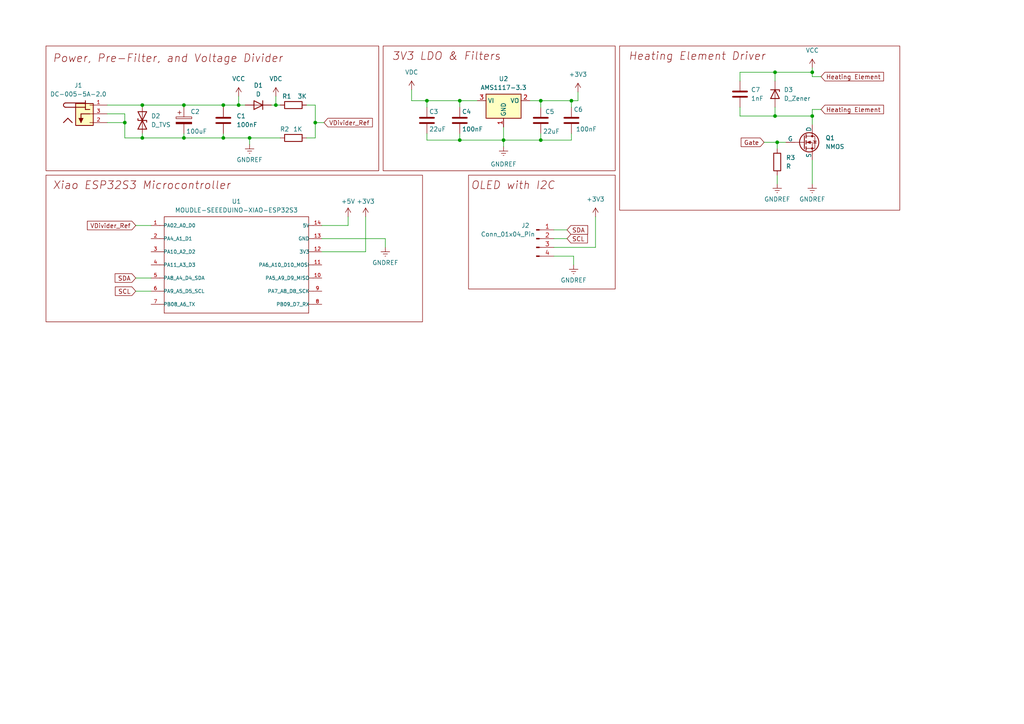
<source format=kicad_sch>
(kicad_sch (version 20230121) (generator eeschema)
  (paper "A4")
  (lib_symbols
    (symbol "Connector:Conn_01x04_Pin" (pin_names (offset 1.016) hide)
      (property "Reference" "J" (at 0 5.08 0))
      (property "Value" "Conn_01x04_Pin" (at 0 -7.62 0))
      (symbol "Conn_01x04_Pin_1_1"
        (polyline (pts (xy 1.27 -5.08) (xy 0.8636 -5.08)) (stroke (width 0.1524)))
        (polyline (pts (xy 1.27 -2.54) (xy 0.8636 -2.54)) (stroke (width 0.1524)))
        (polyline (pts (xy 1.27 0) (xy 0.8636 0)) (stroke (width 0.1524)))
        (polyline (pts (xy 1.27 2.54) (xy 0.8636 2.54)) (stroke (width 0.1524)))
        (rectangle (start 0.8636 -4.953) (end 0 -5.207) (stroke (width 0.1524)) (fill (type outline)))
        (rectangle (start 0.8636 -2.413) (end 0 -2.667) (stroke (width 0.1524)) (fill (type outline)))
        (rectangle (start 0.8636 0.127) (end 0 -0.127) (stroke (width 0.1524)) (fill (type outline)))
        (rectangle (start 0.8636 2.667) (end 0 2.413) (stroke (width 0.1524)) (fill (type outline)))
        (pin passive line (at 5.08 2.54 180) (length 3.81) (name "Pin_1") (number "1"))
        (pin passive line (at 5.08 0 180) (length 3.81) (name "Pin_2") (number "2"))
        (pin passive line (at 5.08 -2.54 180) (length 3.81) (name "Pin_3") (number "3"))
        (pin passive line (at 5.08 -5.08 180) (length 3.81) (name "Pin_4") (number "4"))
      )
    )
    (symbol "DC-Jack-5A:DC-005-5A-2.0" (pin_names (offset 1.016))
      (property "Reference" "J" (at -5.08 5.08 0))
      (property "Value" "DC-005-5A-2.0" (at -5.08 -5.08 0))
      (symbol "DC-005-5A-2.0_0_0"
        (arc (start -4.445 3.175) (mid -5.0773 2.54) (end -4.445 1.905) (stroke (width 0.254)))
        (rectangle (start -1.5421 -3.3564) (end 3.5379 2.9936) (stroke (width 0.254)) (fill (type background)))
        (polyline (pts (xy -4.445 1.905) (xy 1.27 1.905)) (stroke (width 0.254)))
        (polyline (pts (xy -4.445 3.175) (xy 1.27 3.175)) (stroke (width 0.254)))
        (polyline (pts (xy -3.81 -1.27) (xy -5.08 -2.54)) (stroke (width 0.254)))
        (polyline (pts (xy -2.54 -2.54) (xy -3.81 -1.27)) (stroke (width 0.254)))
        (polyline (pts (xy 0 0) (xy 0 -2.54)) (stroke (width 0.254)))
        (polyline (pts (xy 1.27 1.27) (xy 2.54 1.27)) (stroke (width 0.254)))
        (polyline (pts (xy 1.27 1.905) (xy 1.27 1.27)) (stroke (width 0.254)))
        (polyline (pts (xy 1.27 3.175) (xy 1.27 1.905)) (stroke (width 0.254)))
        (polyline (pts (xy 1.27 3.81) (xy 1.27 3.175)) (stroke (width 0.254)))
        (polyline (pts (xy 2.54 0) (xy 0 0)) (stroke (width 0.254)))
        (polyline (pts (xy -0.635 -1.27) (xy 0.635 -1.27) (xy 0 -2.54) (xy -0.635 -1.27)) (stroke (width 0.1524)) (fill (type outline)))
        (pin passive line (at 7.62 2.54 180) (length 5.08) (name "~") (number "1"))
        (pin passive line (at 7.62 -2.54 180) (length 5.08) (name "~") (number "2"))
        (pin passive line (at 7.62 0 180) (length 5.08) (name "~") (number "3"))
      )
    )
    (symbol "Device:C" (pin_numbers hide) (pin_names (offset 0.254))
      (property "Reference" "C" (at 0.635 2.54 0))
      (property "Value" "C" (at 0.635 -2.54 0))
      (symbol "C_0_1"
        (polyline (pts (xy -2.032 -0.762) (xy 2.032 -0.762)) (stroke (width 0.508)))
        (polyline (pts (xy -2.032 0.762) (xy 2.032 0.762)) (stroke (width 0.508)))
      )
      (symbol "C_1_1"
        (pin passive line (at 0 3.81 270) (length 2.794) (name "~") (number "1"))
        (pin passive line (at 0 -3.81 90) (length 2.794) (name "~") (number "2"))
      )
    )
    (symbol "Device:C_Polarized" (pin_numbers hide) (pin_names (offset 0.254))
      (property "Reference" "C" (at 0.635 2.54 0))
      (property "Value" "C_Polarized" (at 0.635 -2.54 0))
      (symbol "C_Polarized_0_1"
        (rectangle (start -2.286 0.508) (end 2.286 1.016))
        (polyline (pts (xy -1.778 2.286) (xy -0.762 2.286)))
        (polyline (pts (xy -1.27 2.794) (xy -1.27 1.778)))
        (rectangle (start 2.286 -0.508) (end -2.286 -1.016) (fill (type outline)))
      )
      (symbol "C_Polarized_1_1"
        (pin passive line (at 0 3.81 270) (length 2.794) (name "~") (number "1"))
        (pin passive line (at 0 -3.81 90) (length 2.794) (name "~") (number "2"))
      )
    )
    (symbol "Device:D" (pin_numbers hide) (pin_names (offset 1.016) hide)
      (property "Reference" "D" (at 0 2.54 0))
      (property "Value" "D" (at 0 -2.54 0))
      (symbol "D_0_1"
        (polyline (pts (xy -1.27 1.27) (xy -1.27 -1.27)) (stroke (width 0.254)))
        (polyline (pts (xy 1.27 0) (xy -1.27 0)))
        (polyline (pts (xy 1.27 1.27) (xy 1.27 -1.27) (xy -1.27 0) (xy 1.27 1.27)) (stroke (width 0.254)))
      )
      (symbol "D_1_1"
        (pin passive line (at -3.81 0 0) (length 2.54) (name "K") (number "1"))
        (pin passive line (at 3.81 0 180) (length 2.54) (name "A") (number "2"))
      )
    )
    (symbol "Device:D_TVS" (pin_numbers hide) (pin_names (offset 1.016) hide)
      (property "Reference" "D" (at 0 2.54 0))
      (property "Value" "D_TVS" (at 0 -2.54 0))
      (symbol "D_TVS_0_1"
        (polyline (pts (xy 1.27 0) (xy -1.27 0)))
        (polyline (pts (xy 0.508 1.27) (xy 0 1.27) (xy 0 -1.27) (xy -0.508 -1.27)) (stroke (width 0.254)))
        (polyline (pts (xy -2.54 1.27) (xy -2.54 -1.27) (xy 2.54 1.27) (xy 2.54 -1.27) (xy -2.54 1.27)) (stroke (width 0.254)))
      )
      (symbol "D_TVS_1_1"
        (pin passive line (at -3.81 0 0) (length 2.54) (name "A1") (number "1"))
        (pin passive line (at 3.81 0 180) (length 2.54) (name "A2") (number "2"))
      )
    )
    (symbol "Device:D_Zener" (pin_numbers hide) (pin_names (offset 1.016) hide)
      (property "Reference" "D" (at 0 2.54 0))
      (property "Value" "D_Zener" (at 0 -2.54 0))
      (symbol "D_Zener_0_1"
        (polyline (pts (xy 1.27 0) (xy -1.27 0)))
        (polyline (pts (xy -1.27 -1.27) (xy -1.27 1.27) (xy -0.762 1.27)) (stroke (width 0.254)))
        (polyline (pts (xy 1.27 -1.27) (xy 1.27 1.27) (xy -1.27 0) (xy 1.27 -1.27)) (stroke (width 0.254)))
      )
      (symbol "D_Zener_1_1"
        (pin passive line (at -3.81 0 0) (length 2.54) (name "K") (number "1"))
        (pin passive line (at 3.81 0 180) (length 2.54) (name "A") (number "2"))
      )
    )
    (symbol "Device:R" (pin_numbers hide) (pin_names (offset 0))
      (property "Reference" "R" (at 2.032 0 90))
      (property "Value" "R" (at 0 0 90))
      (symbol "R_0_1"
        (rectangle (start -1.016 -2.54) (end 1.016 2.54) (stroke (width 0.254)))
      )
      (symbol "R_1_1"
        (pin passive line (at 0 3.81 270) (length 1.27) (name "~") (number "1"))
        (pin passive line (at 0 -3.81 90) (length 1.27) (name "~") (number "2"))
      )
    )
    (symbol "Regulator_Linear:AMS1117-3.3"
      (property "Reference" "U" (at -3.81 3.175 0))
      (property "Value" "AMS1117-3.3" (at 0 3.175 0))
      (symbol "AMS1117-3.3_0_1"
        (rectangle (start -5.08 -5.08) (end 5.08 1.905) (stroke (width 0.254)) (fill (type background)))
      )
      (symbol "AMS1117-3.3_1_1"
        (pin power_in line (at 0 -7.62 90) (length 2.54) (name "GND") (number "1"))
        (pin power_out line (at 7.62 0 180) (length 2.54) (name "VO") (number "2"))
        (pin power_in line (at -7.62 0 0) (length 2.54) (name "VI") (number "3"))
      )
    )
    (symbol "Simulation_SPICE:NMOS" (pin_numbers hide) (pin_names (offset 0))
      (property "Reference" "Q" (at 5.08 1.27 0))
      (property "Value" "NMOS" (at 5.08 -1.27 0))
      (symbol "NMOS_0_1"
        (polyline (pts (xy 0.254 0) (xy -2.54 0)))
        (polyline (pts (xy 0.254 1.905) (xy 0.254 -1.905)) (stroke (width 0.254)))
        (polyline (pts (xy 0.762 -1.27) (xy 0.762 -2.286)) (stroke (width 0.254)))
        (polyline (pts (xy 0.762 0.508) (xy 0.762 -0.508)) (stroke (width 0.254)))
        (polyline (pts (xy 0.762 2.286) (xy 0.762 1.27)) (stroke (width 0.254)))
        (polyline (pts (xy 2.54 2.54) (xy 2.54 1.778)))
        (polyline (pts (xy 2.54 -2.54) (xy 2.54 0) (xy 0.762 0)))
        (polyline (pts (xy 0.762 -1.778) (xy 3.302 -1.778) (xy 3.302 1.778) (xy 0.762 1.778)))
        (polyline (pts (xy 1.016 0) (xy 2.032 0.381) (xy 2.032 -0.381) (xy 1.016 0)) (fill (type outline)))
        (polyline (pts (xy 2.794 0.508) (xy 2.921 0.381) (xy 3.683 0.381) (xy 3.81 0.254)))
        (polyline (pts (xy 3.302 0.381) (xy 2.921 -0.254) (xy 3.683 -0.254) (xy 3.302 0.381)))
        (circle (center 1.651 0) (radius 2.794) (stroke (width 0.254)))
        (circle (center 2.54 -1.778) (radius 0.254) (fill (type outline)))
        (circle (center 2.54 1.778) (radius 0.254) (fill (type outline)))
      )
      (symbol "NMOS_1_1"
        (pin passive line (at 2.54 5.08 270) (length 2.54) (name "D") (number "1"))
        (pin input line (at -5.08 0 0) (length 2.54) (name "G") (number "2"))
        (pin passive line (at 2.54 -5.08 90) (length 2.54) (name "S") (number "3"))
      )
    )
    (symbol "Xiao-ESP32S3:MOUDLE-SEEEDUINO-XIAO-ESP32S3" (pin_names (offset 1.016))
      (property "Reference" "U" (at -21.59 15.24 0))
      (property "Value" "MOUDLE-SEEEDUINO-XIAO-ESP32S3" (at -21.59 13.97 0))
      (symbol "MOUDLE-SEEEDUINO-XIAO-ESP32S3_0_0"
        (polyline (pts (xy -21.59 -13.97) (xy -21.59 0)) (stroke (width 0.1524)))
        (polyline (pts (xy -21.59 -11.43) (xy -22.86 -11.43)) (stroke (width 0.1524)))
        (polyline (pts (xy -21.59 -7.62) (xy -22.86 -7.62)) (stroke (width 0.1524)))
        (polyline (pts (xy -21.59 -3.81) (xy -22.86 -3.81)) (stroke (width 0.1524)))
        (polyline (pts (xy -21.59 0) (xy -22.86 0)) (stroke (width 0.1524)))
        (polyline (pts (xy -21.59 0) (xy -21.59 3.81)) (stroke (width 0.1524)))
        (polyline (pts (xy -21.59 3.81) (xy -22.86 3.81)) (stroke (width 0.1524)))
        (polyline (pts (xy -21.59 3.81) (xy -21.59 7.62)) (stroke (width 0.1524)))
        (polyline (pts (xy -21.59 7.62) (xy -22.86 7.62)) (stroke (width 0.1524)))
        (polyline (pts (xy -21.59 7.62) (xy -21.59 11.43)) (stroke (width 0.1524)))
        (polyline (pts (xy -21.59 11.43) (xy -22.86 11.43)) (stroke (width 0.1524)))
        (polyline (pts (xy -21.59 11.43) (xy -21.59 13.97)) (stroke (width 0.1524)))
        (polyline (pts (xy -21.59 13.97) (xy 20.32 13.97)) (stroke (width 0.1524)))
        (polyline (pts (xy 20.32 -13.97) (xy -21.59 -13.97)) (stroke (width 0.1524)))
        (polyline (pts (xy 20.32 3.81) (xy 20.32 -13.97)) (stroke (width 0.1524)))
        (polyline (pts (xy 20.32 7.62) (xy 20.32 3.81)) (stroke (width 0.1524)))
        (polyline (pts (xy 20.32 11.43) (xy 20.32 7.62)) (stroke (width 0.1524)))
        (polyline (pts (xy 20.32 13.97) (xy 20.32 11.43)) (stroke (width 0.1524)))
        (polyline (pts (xy 21.59 -11.43) (xy 20.32 -11.43)) (stroke (width 0.1524)))
        (polyline (pts (xy 21.59 -7.62) (xy 20.32 -7.62)) (stroke (width 0.1524)))
        (polyline (pts (xy 21.59 -3.81) (xy 20.32 -3.81)) (stroke (width 0.1524)))
        (polyline (pts (xy 21.59 0) (xy 20.32 0)) (stroke (width 0.1524)))
        (polyline (pts (xy 21.59 3.81) (xy 20.32 3.81)) (stroke (width 0.1524)))
        (polyline (pts (xy 21.59 7.62) (xy 20.32 7.62)) (stroke (width 0.1524)))
        (polyline (pts (xy 21.59 11.43) (xy 20.32 11.43)) (stroke (width 0.1524)))
        (pin bidirectional line (at -25.4 11.43 0) (length 2.54) (name "PA02_A0_D0") (number "1"))
        (pin bidirectional line (at 24.13 -3.81 180) (length 2.54) (name "PA5_A9_D9_MISO") (number "10"))
        (pin bidirectional line (at 24.13 0 180) (length 2.54) (name "PA6_A10_D10_MOSI") (number "11"))
        (pin bidirectional line (at 24.13 3.81 180) (length 2.54) (name "3V3") (number "12"))
        (pin bidirectional line (at 24.13 7.62 180) (length 2.54) (name "GND") (number "13"))
        (pin bidirectional line (at 24.13 11.43 180) (length 2.54) (name "5V") (number "14"))
        (pin bidirectional line (at -25.4 7.62 0) (length 2.54) (name "PA4_A1_D1") (number "2"))
        (pin bidirectional line (at -25.4 3.81 0) (length 2.54) (name "PA10_A2_D2") (number "3"))
        (pin bidirectional line (at -25.4 0 0) (length 2.54) (name "PA11_A3_D3") (number "4"))
        (pin bidirectional line (at -25.4 -3.81 0) (length 2.54) (name "PA8_A4_D4_SDA") (number "5"))
        (pin bidirectional line (at -25.4 -7.62 0) (length 2.54) (name "PA9_A5_D5_SCL") (number "6"))
        (pin bidirectional line (at -25.4 -11.43 0) (length 2.54) (name "PB08_A6_TX") (number "7"))
        (pin bidirectional line (at 24.13 -11.43 180) (length 2.54) (name "PB09_D7_RX") (number "8"))
        (pin bidirectional line (at 24.13 -7.62 180) (length 2.54) (name "PA7_A8_D8_SCK") (number "9"))
      )
    )
    (symbol "power:+3V3" (power) (pin_names (offset 0))
      (property "Value" "+3V3" (at 0 3.556 0))
      (symbol "+3V3_0_1"
        (polyline (pts (xy -0.762 1.27) (xy 0 2.54)))
        (polyline (pts (xy 0 0) (xy 0 2.54)))
        (polyline (pts (xy 0 2.54) (xy 0.762 1.27)))
      )
      (symbol "+3V3_1_1"
        (pin power_in line (at 0 0 90) (length 0) hide (name "+3V3") (number "1"))
      )
    )
    (symbol "power:+5V" (power) (pin_names (offset 0))
      (property "Value" "+5V" (at 0 3.556 0))
      (symbol "+5V_0_1"
        (polyline (pts (xy -0.762 1.27) (xy 0 2.54)))
        (polyline (pts (xy 0 0) (xy 0 2.54)))
        (polyline (pts (xy 0 2.54) (xy 0.762 1.27)))
      )
      (symbol "+5V_1_1"
        (pin power_in line (at 0 0 90) (length 0) hide (name "+5V") (number "1"))
      )
    )
    (symbol "power:GNDREF" (power) (pin_names (offset 0))
      (property "Value" "GNDREF" (at 0 -3.81 0))
      (symbol "GNDREF_0_1"
        (polyline (pts (xy -0.635 -1.905) (xy 0.635 -1.905)))
        (polyline (pts (xy -0.127 -2.54) (xy 0.127 -2.54)))
        (polyline (pts (xy 0 -1.27) (xy 0 0)))
        (polyline (pts (xy 1.27 -1.27) (xy -1.27 -1.27)))
      )
      (symbol "GNDREF_1_1"
        (pin power_in line (at 0 0 270) (length 0) hide (name "GNDREF") (number "1"))
      )
    )
    (symbol "power:VCC" (power) (pin_names (offset 0))
      (property "Value" "VCC" (at 0 3.81 0))
      (symbol "VCC_0_1"
        (polyline (pts (xy -0.762 1.27) (xy 0 2.54)))
        (polyline (pts (xy 0 0) (xy 0 2.54)))
        (polyline (pts (xy 0 2.54) (xy 0.762 1.27)))
      )
      (symbol "VCC_1_1"
        (pin power_in line (at 0 0 90) (length 0) hide (name "VCC") (number "1"))
      )
    )
    (symbol "power:VDC" (power) (pin_names (offset 0))
      (property "Value" "VDC" (at 0 6.35 0))
      (symbol "VDC_0_1"
        (polyline (pts (xy -0.762 1.27) (xy 0 2.54)))
        (polyline (pts (xy 0 0) (xy 0 2.54)))
        (polyline (pts (xy 0 2.54) (xy 0.762 1.27)))
      )
      (symbol "VDC_1_1"
        (pin power_in line (at 0 0 90) (length 0) hide (name "VDC") (number "1"))
      )
    )
  )
  (junction (at 156.845 40.64))
  (junction (at 235.585 20.955))
  (junction (at 64.77 40.005))
  (junction (at 146.05 40.64))
  (junction (at 80.01 30.48))
  (junction (at 69.215 30.48))
  (junction (at 53.34 40.005))
  (junction (at 123.825 29.21))
  (junction (at 224.79 20.955))
  (junction (at 225.425 41.275))
  (junction (at 133.35 40.64))
  (junction (at 41.275 30.48))
  (junction (at 156.845 29.21))
  (junction (at 53.34 30.48))
  (junction (at 133.35 29.21))
  (junction (at 64.77 30.48))
  (junction (at 235.585 33.655))
  (junction (at 91.44 35.56))
  (junction (at 165.735 29.21))
  (junction (at 224.79 33.655))
  (junction (at 41.275 40.005))
  (junction (at 36.195 35.56))
  (junction (at 72.39 40.005))
  (wire (pts (xy 91.44 35.56) (xy 91.44 30.48)))
  (wire (pts (xy 133.35 29.21) (xy 138.43 29.21)))
  (wire (pts (xy 123.825 38.735) (xy 123.825 40.64)))
  (wire (pts (xy 221.615 41.275) (xy 225.425 41.275)))
  (wire (pts (xy 146.05 36.83) (xy 146.05 40.64)))
  (wire (pts (xy 235.585 20.955) (xy 235.585 22.225)))
  (wire (pts (xy 133.35 38.735) (xy 133.35 40.64)))
  (wire (pts (xy 53.34 30.48) (xy 64.77 30.48)))
  (wire (pts (xy 78.74 30.48) (xy 80.01 30.48)))
  (wire (pts (xy 165.735 29.21) (xy 167.64 29.21)))
  (wire (pts (xy 166.37 76.835) (xy 166.37 74.295)))
  (wire (pts (xy 41.275 40.005) (xy 53.34 40.005)))
  (wire (pts (xy 69.215 30.48) (xy 71.12 30.48)))
  (wire (pts (xy 106.045 62.865) (xy 106.045 73.025)))
  (wire (pts (xy 106.045 73.025) (xy 93.345 73.025)))
  (wire (pts (xy 165.735 38.735) (xy 165.735 40.64)))
  (wire (pts (xy 165.735 29.21) (xy 165.735 31.115)))
  (wire (pts (xy 224.79 20.955) (xy 224.79 23.495)))
  (wire (pts (xy 123.825 29.21) (xy 123.825 31.115)))
  (wire (pts (xy 80.01 27.94) (xy 80.01 30.48)))
  (wire (pts (xy 91.44 30.48) (xy 88.9 30.48)))
  (wire (pts (xy 36.195 33.02) (xy 36.195 35.56)))
  (wire (pts (xy 64.77 31.115) (xy 64.77 30.48)))
  (wire (pts (xy 172.72 71.755) (xy 172.72 62.865)))
  (wire (pts (xy 53.34 31.115) (xy 53.34 30.48)))
  (wire (pts (xy 31.115 33.02) (xy 36.195 33.02)))
  (wire (pts (xy 224.79 20.955) (xy 214.63 20.955)))
  (wire (pts (xy 72.39 40.005) (xy 72.39 41.91)))
  (wire (pts (xy 160.655 71.755) (xy 172.72 71.755)))
  (wire (pts (xy 225.425 41.275) (xy 227.965 41.275)))
  (wire (pts (xy 36.195 40.005) (xy 41.275 40.005)))
  (wire (pts (xy 160.655 74.295) (xy 166.37 74.295)))
  (wire (pts (xy 69.215 27.94) (xy 69.215 30.48)))
  (wire (pts (xy 235.585 19.685) (xy 235.585 20.955)))
  (wire (pts (xy 235.585 36.195) (xy 235.585 33.655)))
  (wire (pts (xy 123.825 29.21) (xy 133.35 29.21)))
  (wire (pts (xy 41.275 30.48) (xy 41.275 31.115)))
  (wire (pts (xy 156.845 29.21) (xy 156.845 31.115)))
  (wire (pts (xy 133.35 40.64) (xy 123.825 40.64)))
  (wire (pts (xy 64.77 38.735) (xy 64.77 40.005)))
  (wire (pts (xy 91.44 35.56) (xy 93.98 35.56)))
  (wire (pts (xy 235.585 33.655) (xy 235.585 31.75)))
  (wire (pts (xy 41.275 38.735) (xy 41.275 40.005)))
  (wire (pts (xy 31.115 30.48) (xy 41.275 30.48)))
  (wire (pts (xy 100.965 62.865) (xy 100.965 65.405)))
  (wire (pts (xy 235.585 46.355) (xy 235.585 53.34)))
  (wire (pts (xy 91.44 40.005) (xy 91.44 35.56)))
  (wire (pts (xy 119.38 29.21) (xy 123.825 29.21)))
  (wire (pts (xy 224.79 31.115) (xy 224.79 33.655)))
  (wire (pts (xy 156.845 29.21) (xy 165.735 29.21)))
  (wire (pts (xy 225.425 50.8) (xy 225.425 53.34)))
  (wire (pts (xy 39.37 80.645) (xy 43.815 80.645)))
  (wire (pts (xy 119.38 26.035) (xy 119.38 29.21)))
  (wire (pts (xy 111.76 71.755) (xy 111.76 69.215)))
  (wire (pts (xy 235.585 22.225) (xy 238.125 22.225)))
  (wire (pts (xy 146.05 40.64) (xy 156.845 40.64)))
  (wire (pts (xy 80.01 30.48) (xy 81.28 30.48)))
  (wire (pts (xy 100.965 65.405) (xy 93.345 65.405)))
  (wire (pts (xy 160.655 66.675) (xy 164.465 66.675)))
  (wire (pts (xy 53.34 40.005) (xy 64.77 40.005)))
  (wire (pts (xy 156.845 40.64) (xy 165.735 40.64)))
  (wire (pts (xy 214.63 31.115) (xy 214.63 33.655)))
  (wire (pts (xy 153.67 29.21) (xy 156.845 29.21)))
  (wire (pts (xy 214.63 33.655) (xy 224.79 33.655)))
  (wire (pts (xy 156.845 38.735) (xy 156.845 40.64)))
  (wire (pts (xy 235.585 20.955) (xy 224.79 20.955)))
  (wire (pts (xy 167.64 29.21) (xy 167.64 26.67)))
  (wire (pts (xy 235.585 31.75) (xy 238.125 31.75)))
  (wire (pts (xy 160.655 69.215) (xy 164.465 69.215)))
  (wire (pts (xy 133.35 40.64) (xy 146.05 40.64)))
  (wire (pts (xy 146.05 40.64) (xy 146.05 42.545)))
  (wire (pts (xy 36.195 35.56) (xy 36.195 40.005)))
  (wire (pts (xy 225.425 41.275) (xy 225.425 43.18)))
  (wire (pts (xy 39.37 84.455) (xy 43.815 84.455)))
  (wire (pts (xy 72.39 40.005) (xy 81.28 40.005)))
  (wire (pts (xy 224.79 33.655) (xy 235.585 33.655)))
  (wire (pts (xy 53.34 38.735) (xy 53.34 40.005)))
  (wire (pts (xy 64.77 40.005) (xy 72.39 40.005)))
  (wire (pts (xy 41.275 30.48) (xy 53.34 30.48)))
  (wire (pts (xy 133.35 29.21) (xy 133.35 31.115)))
  (wire (pts (xy 39.37 65.405) (xy 43.815 65.405)))
  (wire (pts (xy 36.195 35.56) (xy 31.115 35.56)))
  (wire (pts (xy 214.63 20.955) (xy 214.63 23.495)))
  (wire (pts (xy 64.77 30.48) (xy 69.215 30.48)))
  (wire (pts (xy 111.76 69.215) (xy 93.345 69.215)))
  (wire (pts (xy 88.9 40.005) (xy 91.44 40.005)))
  (rectangle (start 13.335 50.8) (end 122.555 93.345) (stroke (width 0.15) (color 132 0 0 1)))
  (rectangle (start 135.89 50.8) (end 178.435 83.82) (stroke (width 0.15) (color 132 0 0 1)))
  (rectangle (start 179.705 13.335) (end 260.985 60.96) (stroke (width 0.15) (color 132 0 0 1)))
  (rectangle (start 111.125 13.335) (end 178.435 49.53) (stroke (width 0.15) (color 132 0 0 1)))
  (rectangle (start 13.335 13.335) (end 109.855 49.53) (stroke (width 0.15) (color 132 0 0 1)))
  (text "Power, Pre-Filter, and Voltage Divider" (at 15.24 18.415 0) (effects (font (size 2.27 2.27) italic) (justify left bottom)))
  (text "OLED with I2C" (at 136.525 55.245 0) (effects (font (size 2.27 2.27) italic) (justify left bottom)))
  (text "Xiao ESP32S3 Microcontroller" (at 15.24 55.245 0) (effects (font (size 2.27 2.27) italic) (justify left bottom)))
  (text "3V3 LDO & Filters" (at 113.665 17.78 0) (effects (font (size 2.27 2.27) italic) (justify left bottom)))
  (text "Heating Element Driver" (at 182.245 17.78 0) (effects (font (size 2.27 2.27) italic) (justify left bottom)))
  (global_label "VDivider_Ref" (shape input) (at 93.98 35.56 0) (property "Intersheetrefs" "${INTERSHEET_REFS}" (effects hide)))
  (global_label "SDA" (shape input) (at 39.37 80.645 180) (property "Intersheetrefs" "${INTERSHEET_REFS}" (effects hide)))
  (global_label "Heating Element" (shape input) (at 238.125 22.225 0) (property "Intersheetrefs" "${INTERSHEET_REFS}" (effects hide)))
  (global_label "SCL" (shape input) (at 39.37 84.455 180) (property "Intersheetrefs" "${INTERSHEET_REFS}" (effects hide)))
  (global_label "SDA" (shape input) (at 164.465 66.675 0) (property "Intersheetrefs" "${INTERSHEET_REFS}" (effects hide)))
  (global_label "SCL" (shape input) (at 164.465 69.215 0) (property "Intersheetrefs" "${INTERSHEET_REFS}" (effects hide)))
  (global_label "Gate" (shape input) (at 221.615 41.275 180) (property "Intersheetrefs" "${INTERSHEET_REFS}" (effects hide)))
  (global_label "VDivider_Ref" (shape input) (at 39.37 65.405 180) (property "Intersheetrefs" "${INTERSHEET_REFS}" (effects hide)))
  (global_label "Heating Element" (shape input) (at 238.125 31.75 0) (property "Intersheetrefs" "${INTERSHEET_REFS}" (effects hide)))
  (symbol (lib_id "Device:C") (at 214.63 27.305 0) (unit 1)
    (property "Reference" "C7" (at 217.805 26.035 0) (effects (justify left)))
    (property "Value" "1nF" (at 217.805 28.575 0) (effects (justify left)))
    (property "Footprint" "Capacitor_SMD:C_1206_3216Metric" (effects hide))
  )
  (symbol (lib_id "Device:C_Polarized") (at 53.34 34.925 0) (unit 1)
    (property "Reference" "C2" (at 55.245 32.385 0) (effects (justify left)))
    (property "Value" "100uF" (at 53.975 38.1 0) (effects (justify left)))
    (property "Footprint" "Capacitor_SMD:CP_Elec_4x4.5" (effects hide))
  )
  (symbol (lib_id "Device:D_TVS") (at 41.275 34.925 90) (unit 1)
    (property "Reference" "D2" (at 43.815 33.655 90) (effects (justify right)))
    (property "Value" "D_TVS" (at 43.815 36.195 90) (effects (justify right)))
  )
  (symbol (lib_id "Connector:Conn_01x04_Pin") (at 155.575 69.215 0) (unit 1)
    (property "Reference" "J2" (at 152.4 65.405 0))
    (property "Value" "Conn_01x04_Pin" (at 147.32 67.945 0))
    (property "Footprint" "Connector_PinHeader_2.54mm:PinHeader_1x04_P2.54mm_Horizontal" (effects hide))
  )
  (symbol (lib_id "Device:D") (at 74.93 30.48 180) (unit 1)
    (property "Reference" "D1" (at 74.93 24.765 0))
    (property "Value" "D" (at 74.93 27.305 0))
    (property "Sim.Device" "D" (effects hide))
    (property "Sim.Pins" "1=K 2=A" (effects hide))
  )
  (symbol (lib_id "power:+3V3") (at 167.64 26.67 0) (unit 1)
    (property "Reference" "#PWR04" (effects hide))
    (property "Value" "+3V3" (at 167.64 21.59 0))
  )
  (symbol (lib_id "Xiao-ESP32S3:MOUDLE-SEEEDUINO-XIAO-ESP32S3") (at 69.215 76.835 0) (unit 1)
    (property "Reference" "U1" (at 68.58 58.42 0))
    (property "Value" "MOUDLE-SEEEDUINO-XIAO-ESP32S3" (at 68.58 60.96 0))
    (property "Footprint" "MOUDLE14P-SMD-2.54-21X17.8MM" (effects hide))
  )
  (symbol (lib_id "power:+3V3") (at 106.045 62.865 0) (unit 1)
    (property "Reference" "#PWR02" (effects hide))
    (property "Value" "+3V3" (at 106.045 58.42 0))
  )
  (symbol (lib_id "power:VDC") (at 80.01 27.94 0) (unit 1)
    (property "Reference" "#PWR09" (effects hide))
    (property "Value" "VDC" (at 80.01 22.86 0))
  )
  (symbol (lib_id "DC-Jack-5A:DC-005-5A-2.0") (at 23.495 33.02 0) (unit 1)
    (property "Reference" "J1" (at 22.7239 24.765 0))
    (property "Value" "DC-005-5A-2.0" (at 22.7239 27.305 0))
    (property "Footprint" "DC-Jack-5A:XKB_DC-005-5A-2.0" (effects hide))
    (property "MF" "XKB Industrial Precision" (effects hide))
    (property "MAXIMUM_PACKAGE_HEIGHT" "11 mm" (effects hide))
    (property "Package" "Package" (effects hide))
    (property "Price" "None" (effects hide))
    (property "Check_prices" "https://www.snapeda.com/parts/DC-005-5A-2.0/XKB+Industrial+Precision/view-part/?ref=eda" (effects hide))
    (property "STANDARD" "Manufacturer Recommendations" (effects hide))
    (property "PARTREV" "A0" (effects hide))
    (property "SnapEDA_Link" "https://www.snapeda.com/parts/DC-005-5A-2.0/XKB+Industrial+Precision/view-part/?ref=snap" (effects hide))
    (property "MP" "DC-005-5A-2.0" (effects hide))
    (property "Description" "\nDC Power Receptacle Jack, Through Hole，Right Angle\n" (effects hide))
    (property "Availability" "Not in stock" (effects hide))
    (property "MANUFACTURER" "XKB" (effects hide))
  )
  (symbol (lib_id "Regulator_Linear:AMS1117-3.3") (at 146.05 29.21 0) (unit 1)
    (property "Reference" "U2" (at 146.05 22.86 0))
    (property "Value" "AMS1117-3.3" (at 146.05 25.4 0))
    (property "Footprint" "Package_TO_SOT_SMD:SOT-223-3_TabPin2" (effects hide))
    (property "Datasheet" "http://www.advanced-monolithic.com/pdf/ds1117.pdf" (effects hide))
  )
  (symbol (lib_id "power:VCC") (at 69.215 27.94 0) (unit 1)
    (property "Reference" "#PWR07" (effects hide))
    (property "Value" "VCC" (at 69.215 22.86 0))
  )
  (symbol (lib_id "Device:D_Zener") (at 224.79 27.305 270) (unit 1)
    (property "Reference" "D3" (at 227.33 26.035 90) (effects (justify left)))
    (property "Value" "D_Zener" (at 227.33 28.575 90) (effects (justify left)))
  )
  (symbol (lib_id "Device:R") (at 85.09 30.48 90) (unit 1)
    (property "Reference" "R1" (at 83.185 27.94 90))
    (property "Value" "3K" (at 87.63 27.94 90))
  )
  (symbol (lib_id "power:GNDREF") (at 146.05 42.545 0) (unit 1)
    (property "Reference" "#PWR05" (effects hide))
    (property "Value" "GNDREF" (at 146.05 47.625 0))
  )
  (symbol (lib_id "power:GNDREF") (at 72.39 41.91 0) (unit 1)
    (property "Reference" "#PWR08" (effects hide))
    (property "Value" "GNDREF" (at 72.39 46.355 0))
  )
  (symbol (lib_id "power:+3V3") (at 172.72 62.865 0) (unit 1)
    (property "Reference" "#PWR013" (effects hide))
    (property "Value" "+3V3" (at 172.72 57.785 0))
  )
  (symbol (lib_id "power:VDC") (at 119.38 26.035 0) (unit 1)
    (property "Reference" "#PWR010" (effects hide))
    (property "Value" "VDC" (at 119.38 20.955 0))
  )
  (symbol (lib_id "Device:R") (at 225.425 46.99 0) (unit 1)
    (property "Reference" "R3" (at 227.965 45.72 0) (effects (justify left)))
    (property "Value" "R" (at 227.965 48.26 0) (effects (justify left)))
    (property "Footprint" "Resistor_SMD:R_1206_3216Metric" (effects hide))
  )
  (symbol (lib_id "power:+5V") (at 100.965 62.865 0) (unit 1)
    (property "Reference" "#PWR01" (effects hide))
    (property "Value" "+5V" (at 100.965 58.42 0))
  )
  (symbol (lib_id "Device:C") (at 156.845 34.925 0) (unit 1)
    (property "Reference" "C5" (at 158.115 32.385 0) (effects (justify left)))
    (property "Value" "22uF" (at 157.48 38.1 0) (effects (justify left)))
    (property "Footprint" "Capacitor_SMD:C_1206_3216Metric" (effects hide))
  )
  (symbol (lib_id "power:GNDREF") (at 111.76 71.755 0) (unit 1)
    (property "Reference" "#PWR03" (effects hide))
    (property "Value" "GNDREF" (at 111.76 76.2 0))
  )
  (symbol (lib_id "Device:C") (at 165.735 34.925 0) (unit 1)
    (property "Reference" "C6" (at 166.37 31.75 0) (effects (justify left)))
    (property "Value" "100nF" (at 167.005 37.465 0) (effects (justify left)))
    (property "Footprint" "Capacitor_SMD:C_1206_3216Metric" (effects hide))
  )
  (symbol (lib_id "power:GNDREF") (at 225.425 53.34 0) (unit 1)
    (property "Reference" "#PWR012" (effects hide))
    (property "Value" "GNDREF" (at 225.425 57.785 0))
  )
  (symbol (lib_id "Device:C") (at 133.35 34.925 0) (unit 1)
    (property "Reference" "C4" (at 133.985 32.385 0) (effects (justify left)))
    (property "Value" "100nF" (at 133.985 37.465 0) (effects (justify left)))
    (property "Footprint" "Capacitor_SMD:C_1206_3216Metric" (effects hide))
  )
  (symbol (lib_id "Device:R") (at 85.09 40.005 90) (unit 1)
    (property "Reference" "R2" (at 82.55 37.465 90))
    (property "Value" "1K" (at 86.36 37.465 90))
  )
  (symbol (lib_id "power:GNDREF") (at 166.37 76.835 0) (unit 1)
    (property "Reference" "#PWR014" (effects hide))
    (property "Value" "GNDREF" (at 166.37 81.28 0))
  )
  (symbol (lib_id "Device:C") (at 123.825 34.925 0) (unit 1)
    (property "Reference" "C3" (at 124.46 32.385 0) (effects (justify left)))
    (property "Value" "22uF" (at 124.46 37.465 0) (effects (justify left)))
    (property "Footprint" "Capacitor_SMD:C_1206_3216Metric" (effects hide))
  )
  (symbol (lib_id "power:VCC") (at 235.585 19.685 0) (unit 1)
    (property "Reference" "#PWR06" (effects hide))
    (property "Value" "VCC" (at 235.585 14.605 0))
  )
  (symbol (lib_id "Simulation_SPICE:NMOS") (at 233.045 41.275 0) (unit 1)
    (property "Reference" "Q1" (at 239.395 40.005 0) (effects (justify left)))
    (property "Value" "NMOS" (at 239.395 42.545 0) (effects (justify left)))
    (property "Footprint" "Package_TO_SOT_SMD:ATPAK-2" (effects hide))
    (property "Datasheet" "https://ngspice.sourceforge.io/docs/ngspice-manual.pdf" (effects hide))
    (property "Sim.Device" "NMOS" (effects hide))
    (property "Sim.Type" "VDMOS" (effects hide))
    (property "Sim.Pins" "1=D 2=G 3=S" (effects hide))
  )
  (symbol (lib_id "Device:C") (at 64.77 34.925 0) (unit 1)
    (property "Reference" "C1" (at 68.58 33.655 0) (effects (justify left)))
    (property "Value" "100nF" (at 68.58 36.195 0) (effects (justify left)))
    (property "Footprint" "Capacitor_SMD:C_1206_3216Metric" (effects hide))
  )
  (symbol (lib_id "power:GNDREF") (at 235.585 53.34 0) (unit 1)
    (property "Reference" "#PWR011" (effects hide))
    (property "Value" "GNDREF" (at 235.585 57.785 0))
  )
)
</source>
